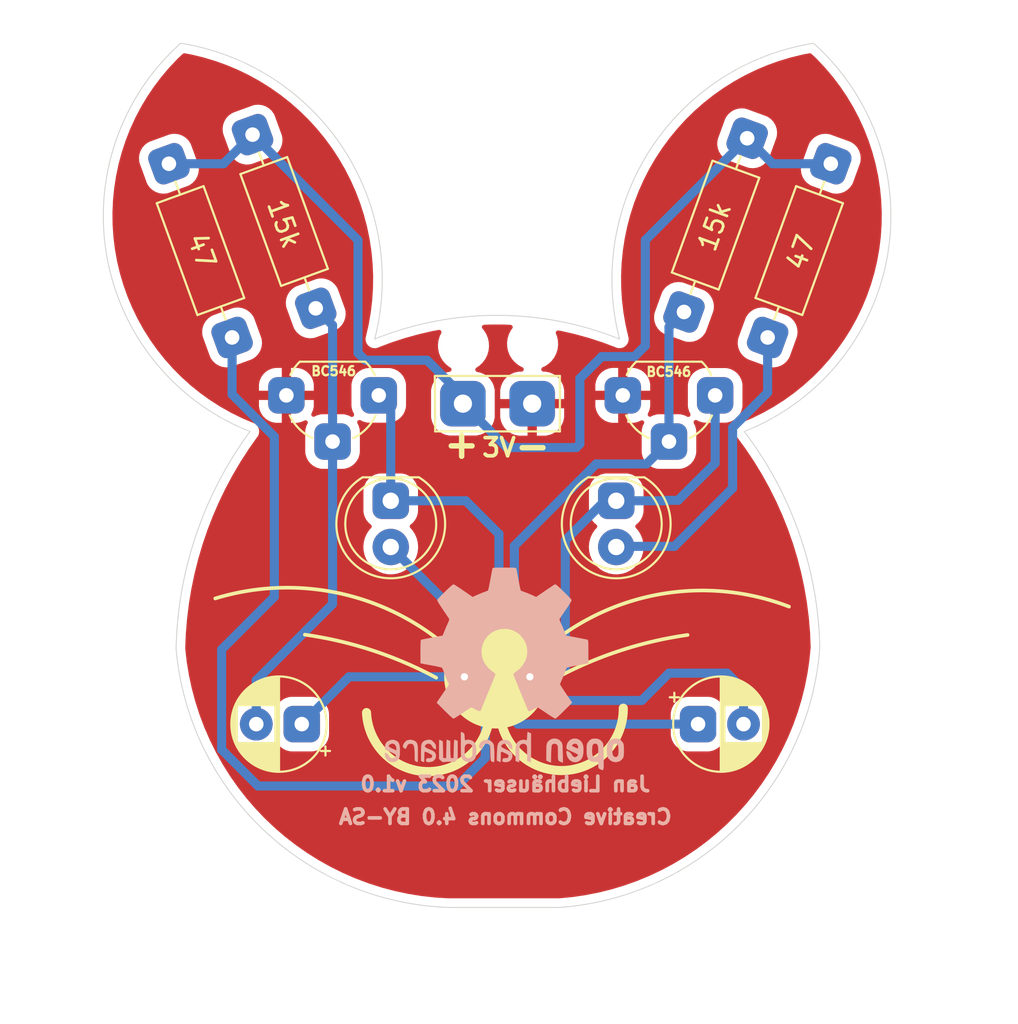
<source format=kicad_pcb>
(kicad_pcb (version 20211014) (generator pcbnew)
  (layers (0 "F.Cu" signal) (31 "B.Cu" signal) (34 "B.Paste" user) (35 "F.Paste" user) (36 "B.SilkS" user "B.Silkscreen") (37 "F.SilkS" user "F.Silkscreen") (38 "B.Mask" user) (39 "F.Mask" user) (44 "Edge.Cuts" user))
  (net 0 "")
  (net 1 "Net-(C1-Pad1)")
  (net 2 "Net-(C1-Pad2)")
  (net 3 "Net-(C2-Pad1)")
  (net 4 "Net-(C2-Pad2)")
  (net 5 "Net-(D1-Pad2)")
  (net 6 "Net-(D2-Pad2)")
  (net 7 "+3V0")
  (net 8 "GND")
  (footprint "Package_TO_SOT_THT:TO-92_Wide" (layer "F.Cu") (at 158.04 66.73 180)
    (fp_text reference "Q2" hide)
    (fp_text value "BC546" (at 2.55 1.29 180) (layer "F.SilkS") (effects (font (size 0.5 0.5) (thickness 0.125))))
    (pad "1" thru_hole roundrect (at 0 0 180) (size 2 2) (drill 0.8) (layers *.Cu *.Mask) (net 1 "Net-(C1-Pad1)"))
    (pad "2" thru_hole roundrect (at 2.54 -2.54 180) (size 2 2) (drill 0.8) (layers *.Cu *.Mask) (net 4 "Net-(C2-Pad2)"))
    (pad "3" thru_hole roundrect (at 5.08 0 180) (size 2 2) (drill 0.8) (layers *.Cu *.Mask) (net 8 "GND"))
  )
  (footprint "Capacitor_THT:CP_Radial_D5.0mm_P2.50mm" (layer "F.Cu") (at 157.1 84.8)
    (fp_text reference "C2" hide)
    (fp_text value "C_Polarized")
    (pad "1" thru_hole roundrect (at 0 0) (size 2 2) (drill 0.8) (layers *.Cu *.Mask) (net 3 "Net-(C2-Pad1)"))
    (pad "2" thru_hole circle (at 2.5 0) (size 1.8 1.8) (drill 0.8) (layers *.Cu *.Mask) (net 4 "Net-(C2-Pad2)"))
  )
  (footprint "LED_THT:LED_D5.0mm" (layer "F.Cu") (at 152.6 72.525 -90)
    (fp_text reference "D2" hide)
    (fp_text value "LED")
    (pad "1" thru_hole roundrect (at 0 0 270) (size 2 2) (drill 0.9) (layers *.Cu *.Mask) (net 1 "Net-(C1-Pad1)"))
    (pad "2" thru_hole circle (at 2.54 0 270) (size 2 2) (drill 0.9) (layers *.Cu *.Mask) (net 6 "Net-(D2-Pad2)"))
  )
  (footprint "LED_THT:LED_D5.0mm" (layer "F.Cu") (at 140.2 72.525 -90)
    (fp_text reference "D1" hide)
    (fp_text value "LED")
    (pad "1" thru_hole roundrect (at 0 0 270) (size 2 2) (drill 0.9) (layers *.Cu *.Mask) (net 3 "Net-(C2-Pad1)"))
    (pad "2" thru_hole circle (at 2.54 0 270) (size 2 2) (drill 0.9) (layers *.Cu *.Mask) (net 5 "Net-(D1-Pad2)"))
  )
  (footprint "Resistor_THT:R_Axial_DIN0207_L6.3mm_D2.5mm_P10.16mm_Horizontal" (layer "F.Cu") (at 164.4 54 -110)
    (fp_text reference "R4" hide)
    (fp_text value "47" (at 5.142887 -0.130012 70) (layer "F.SilkS"))
    (pad "1" thru_hole roundrect (at 0 0 250) (size 2 2) (drill 0.8) (layers *.Cu *.Mask) (net 7 "+3V0"))
    (pad "2" thru_hole roundrect (at 10.16 0 250) (size 2 2) (drill 0.8) (layers *.Cu *.Mask) (net 6 "Net-(D2-Pad2)"))
  )
  (footprint "Package_TO_SOT_THT:TO-92_Wide" (layer "F.Cu") (at 139.54 66.73 180)
    (fp_text reference "Q1" hide)
    (fp_text value "BC546" (at 2.48 1.33 180) (layer "F.SilkS") (effects (font (size 0.5 0.5) (thickness 0.125))))
    (pad "1" thru_hole roundrect (at 0 0 180) (size 2 2) (drill 0.8) (layers *.Cu *.Mask) (net 3 "Net-(C2-Pad1)"))
    (pad "2" thru_hole roundrect (at 2.54 -2.54 180) (size 2 2) (drill 0.8) (layers *.Cu *.Mask) (net 2 "Net-(C1-Pad2)"))
    (pad "3" thru_hole roundrect (at 5.08 0 180) (size 2 2) (drill 0.8) (layers *.Cu *.Mask) (net 8 "GND"))
  )
  (footprint "Resistor_THT:R_Axial_DIN0207_L6.3mm_D2.5mm_P10.16mm_Horizontal" (layer "F.Cu") (at 128 54 -70)
    (fp_text reference "R1" hide)
    (fp_text value "47" (at 5.113029 -0.060122 110) (layer "F.SilkS"))
    (pad "1" thru_hole roundrect (at 0 0 290) (size 2 2) (drill 0.8) (layers *.Cu *.Mask) (net 7 "+3V0"))
    (pad "2" thru_hole roundrect (at 10.16 0 290) (size 2 2) (drill 0.8) (layers *.Cu *.Mask) (net 5 "Net-(D1-Pad2)"))
  )
  (footprint "" (layer "F.Cu") (at 144.2 64)
    (fp_text reference "" (at 0 0) (layer "F.SilkS") (effects (font (size 1.27 1.27))))
    (fp_text value "" (at 0 0) (layer "F.SilkS") (effects (font (size 1.27 1.27))))
    (pad "" np_thru_hole circle (at 0 0) (size 1.8 1.8) (drill 1.8) (layers F&B.Cu *.Mask))
  )
  (footprint "Connector_PinSocket_2.54mm:PinSocket_1x02_P2.54mm_Vertical" (layer "F.Cu") (at 145.4375 67.1875 90)
    (fp_text reference "J1" hide)
    (fp_text value "Conn_01x02" hide)
    (pad "1" thru_hole roundrect (at 0 -1.27 90) (size 2.5 2.5) (drill 1) (layers *.Cu *.Mask) (net 7 "+3V0"))
    (pad "2" thru_hole roundrect (at 0 2.54 90) (size 2.5 2.5) (drill 1) (layers *.Cu *.Mask) (net 8 "GND"))
  )
  (footprint "Resistor_THT:R_Axial_DIN0207_L6.3mm_D2.5mm_P10.16mm_Horizontal" (layer "F.Cu") (at 159.8 52.6 -110)
    (fp_text reference "R3" hide)
    (fp_text value "15k" (at 5.173969 0.034202 70) (layer "F.SilkS"))
    (pad "1" thru_hole roundrect (at 0 0 250) (size 2 2) (drill 0.8) (layers *.Cu *.Mask) (net 7 "+3V0"))
    (pad "2" thru_hole roundrect (at 10.16 0 250) (size 2 2) (drill 0.8) (layers *.Cu *.Mask) (net 4 "Net-(C2-Pad2)"))
  )
  (footprint "" (layer "F.Cu") (at 148 63.9)
    (fp_text reference "" (at 0 0) (layer "F.SilkS") (effects (font (size 1.27 1.27))))
    (fp_text value "" (at 0 0) (layer "F.SilkS") (effects (font (size 1.27 1.27))))
    (pad "" np_thru_hole circle (at 0 0) (size 1.8 1.8) (drill 1.8) (layers F&B.Cu *.Mask))
  )
  (footprint "Resistor_THT:R_Axial_DIN0207_L6.3mm_D2.5mm_P10.16mm_Horizontal" (layer "F.Cu") (at 132.6 52.4 -70)
    (fp_text reference "R2" hide)
    (fp_text value "15k" (at 5.194674 0.049826 110) (layer "F.SilkS"))
    (pad "1" thru_hole roundrect (at 0 0 290) (size 2 2) (drill 0.8) (layers *.Cu *.Mask) (net 7 "+3V0"))
    (pad "2" thru_hole roundrect (at 10.16 0 290) (size 2 2) (drill 0.8) (layers *.Cu *.Mask) (net 2 "Net-(C1-Pad2)"))
  )
  (footprint "Capacitor_THT:CP_Radial_D5.0mm_P2.50mm" (layer "F.Cu") (at 135.305113 84.8 180)
    (fp_text reference "C1" hide)
    (fp_text value "C_Polarized")
    (pad "1" thru_hole roundrect (at 0 0 180) (size 2 2) (drill 0.8) (layers *.Cu *.Mask) (net 1 "Net-(C1-Pad1)"))
    (pad "2" thru_hole circle (at 2.5 0 180) (size 1.8 1.8) (drill 0.8) (layers *.Cu *.Mask) (net 2 "Net-(C1-Pad2)"))
  )
  (footprint "Symbol:OSHW-Logo2_14.6x12mm_SilkScreen" (layer "B.Cu") (at 146.45 81.75 180)
    (fp_text reference "REF**" hide)
    (fp_text value "OSHW-Logo2_14.6x12mm_SilkScreen" hide)
  )
  (gr_arc (start 135.477533 79.884766) (mid 139.193272 80.748265) (end 142.7 82.25) (layer "F.SilkS") (width 0.2))
  (gr_arc (start 149.15 80.265234) (mid 155.372467 77.6) (end 162.100904 78.342099) (layer "F.SilkS") (width 0.2))
  (gr_arc (start 145.658067 83.99) (mid 142.35 87.412986) (end 138.868738 84.166303) (layer "F.SilkS") (width 0.5))
  (gr_arc (start 130.548874 77.89285) (mid 137.010091 77.534849) (end 142.9 80.215234) (layer "F.SilkS") (width 0.2))
  (gr_arc (start 149.3 82.265234) (mid 152.80689 80.763995) (end 156.522467 79.9) (layer "F.SilkS") (width 0.2))
  (gr_circle (center 145.988067 82.19) (end 148.7 82.65) (layer "F.SilkS") (width 0.2) (fill solid))
  (gr_arc (start 152.987396 83.923697) (mid 149.679329 87.346683) (end 146.198067 84.1) (layer "F.SilkS") (width 0.5))
  (gr_arc (start 128.649533 47.37883) (mid 137.578688 53.147509) (end 139.317533 63.63483) (layer "Edge.Cuts") (width 0.05))
  (gr_arc (start 128.395533 80.65283) (mid 129.505061 74.369797) (end 132.459533 68.71483) (layer "Edge.Cuts") (width 0.05))
  (gr_arc (start 152.779533 63.63483) (mid 154.518378 53.147509) (end 163.447533 47.37883) (layer "Edge.Cuts") (width 0.05))
  (gr_arc (start 139.317533 63.63483) (mid 146.048533 62.332675) (end 152.779533 63.63483) (layer "Edge.Cuts") (width 0.05))
  (gr_arc (start 159.637533 68.71483) (mid 162.660216 74.319763) (end 163.795061 80.585863) (layer "Edge.Cuts") (width 0.05))
  (gr_arc (start 163.795061 80.585863) (mid 159.3 90.4) (end 149.477533 94.87683) (layer "Edge.Cuts") (width 0.05))
  (gr_arc (start 143.381533 94.87683) (mid 133.193238 90.604516) (end 128.395533 80.65283) (layer "Edge.Cuts") (width 0.05))
  (gr_arc (start 163.447533 47.37883) (mid 167.504626 59.111489) (end 159.637533 68.71483) (layer "Edge.Cuts") (width 0.05))
  (gr_arc (start 132.459533 68.71483) (mid 124.59244 59.111489) (end 128.649533 47.37883) (layer "Edge.Cuts") (width 0.05))
  (gr_line (start 143.381533 94.87683) (end 149.477533 94.87683) (layer "Edge.Cuts") (width 0.05))
  (gr_text "Creative Commons 4.0 BY-SA\n" (at 146.5 89.9) (layer "B.SilkS") (effects (font (size 0.8 0.8) (thickness 0.2)) (justify mirror)))
  (gr_text "Jan Liebhäuser 2023 v1.0" (at 146.5 88.1) (layer "B.SilkS") (effects (font (size 0.8 0.8) (thickness 0.2)) (justify mirror)))
  (gr_text "-" (at 148 69.5) (layer "F.SilkS") (effects (font (size 1.5 1.5) (thickness 0.3))))
  (gr_text "+" (at 144.1 69.4) (layer "F.SilkS") (effects (font (size 1.5 1.5) (thickness 0.3))))
  (gr_text "3V" (at 146.15 69.6) (layer "F.SilkS") (effects (font (size 1 1) (thickness 0.2))))
  (segment (start 147.85 82.2) (end 144.25 82.2) (width 0.5) (layer "F.Cu") (net 1))
  (via (at 144.25 82.2) (size 0.8) (drill 0.4) (layers "F.Cu" "B.Cu") (net 1))
  (via (at 147.85 82.2) (size 0.8) (drill 0.4) (layers "F.Cu" "B.Cu") (net 1))
  (segment (start 149.8 81.7) (end 149.3 82.2) (width 0.5) (layer "B.Cu") (net 1))
  (segment (start 151.975 72.525) (end 149.8 74.7) (width 0.5) (layer "B.Cu") (net 1))
  (segment (start 155.35 72.5) (end 156 72.5) (width 0.5) (layer "B.Cu") (net 1))
  (segment (start 158.04 70.46) (end 158.04 66.73) (width 0.5) (layer "B.Cu") (net 1))
  (segment (start 149.8 74.7) (end 149.8 81.7) (width 0.5) (layer "B.Cu") (net 1))
  (segment (start 152.6 72.525) (end 151.975 72.525) (width 0.5) (layer "B.Cu") (net 1))
  (segment (start 137.905113 82.2) (end 144.25 82.2) (width 0.5) (layer "B.Cu") (net 1))
  (segment (start 147.85 82.2) (end 149.3 82.2) (width 0.5) (layer "B.Cu") (net 1))
  (segment (start 156 72.5) (end 158.04 70.46) (width 0.5) (layer "B.Cu") (net 1))
  (segment (start 155.325 72.525) (end 155.35 72.5) (width 0.5) (layer "B.Cu") (net 1))
  (segment (start 152.6 72.525) (end 155.325 72.525) (width 0.5) (layer "B.Cu") (net 1))
  (segment (start 137.905113 82.2) (end 135.305113 84.8) (width 0.5) (layer "B.Cu") (net 1))
  (segment (start 137 62.872352) (end 136.074925 61.947277) (width 0.5) (layer "B.Cu") (net 2))
  (segment (start 132.805113 82.394887) (end 137 78.2) (width 0.5) (layer "B.Cu") (net 2))
  (segment (start 137 78.2) (end 137 69.27) (width 0.5) (layer "B.Cu") (net 2))
  (segment (start 137 69.27) (end 137 62.872352) (width 0.5) (layer "B.Cu") (net 2))
  (segment (start 132.805113 84.8) (end 132.805113 82.394887) (width 0.5) (layer "B.Cu") (net 2))
  (segment (start 144.325 72.525) (end 140.2 72.525) (width 0.5) (layer "B.Cu") (net 3))
  (segment (start 146.15 74.35) (end 144.325 72.525) (width 0.5) (layer "B.Cu") (net 3))
  (segment (start 147.2 84.8) (end 146.15 83.75) (width 0.5) (layer "B.Cu") (net 3))
  (segment (start 146.15 83.75) (end 146.15 74.35) (width 0.5) (layer "B.Cu") (net 3))
  (segment (start 140.2 67.39) (end 140.2 72.525) (width 0.5) (layer "B.Cu") (net 3))
  (segment (start 139.54 66.73) (end 140.2 67.39) (width 0.5) (layer "B.Cu") (net 3))
  (segment (start 157.1 84.8) (end 147.2 84.8) (width 0.5) (layer "B.Cu") (net 3))
  (segment (start 155.5 69.27) (end 155.5 62.972352) (width 0.5) (layer "B.Cu") (net 4))
  (segment (start 151.5 70.5) (end 147 75) (width 0.5) (layer "B.Cu") (net 4))
  (segment (start 155.5 62.972352) (end 156.325075 62.147277) (width 0.5) (layer "B.Cu") (net 4))
  (segment (start 154 83.5) (end 155.5 82) (width 0.5) (layer "B.Cu") (net 4))
  (segment (start 147 75) (end 147 83.25) (width 0.5) (layer "B.Cu") (net 4))
  (segment (start 158.7 82) (end 159.6 82.9) (width 0.5) (layer "B.Cu") (net 4))
  (segment (start 147 83.25) (end 147.25 83.5) (width 0.5) (layer "B.Cu") (net 4))
  (segment (start 159.6 82.9) (end 159.6 84.8) (width 0.5) (layer "B.Cu") (net 4))
  (segment (start 155.5 69.27) (end 154.27 70.5) (width 0.5) (layer "B.Cu") (net 4))
  (segment (start 147.25 83.5) (end 154 83.5) (width 0.5) (layer "B.Cu") (net 4))
  (segment (start 154.27 70.5) (end 151.5 70.5) (width 0.5) (layer "B.Cu") (net 4))
  (segment (start 155.5 82) (end 158.7 82) (width 0.5) (layer "B.Cu") (net 4))
  (segment (start 130.9 86.2) (end 130.9 80.7) (width 0.5) (layer "B.Cu") (net 5))
  (segment (start 130.9 80.7) (end 133.8 77.8) (width 0.5) (layer "B.Cu") (net 5))
  (segment (start 145.4 80.265) (end 145.4 86.65) (width 0.5) (layer "B.Cu") (net 5))
  (segment (start 132.9 88.2) (end 130.9 86.2) (width 0.5) (layer "B.Cu") (net 5))
  (segment (start 133.8 69) (end 131.474925 66.674925) (width 0.5) (layer "B.Cu") (net 5))
  (segment (start 143.85 88.2) (end 132.9 88.2) (width 0.5) (layer "B.Cu") (net 5))
  (segment (start 140.2 75.065) (end 145.4 80.265) (width 0.5) (layer "B.Cu") (net 5))
  (segment (start 145.4 86.65) (end 143.85 88.2) (width 0.5) (layer "B.Cu") (net 5))
  (segment (start 133.8 77.8) (end 133.8 69) (width 0.5) (layer "B.Cu") (net 5))
  (segment (start 131.474925 66.674925) (end 131.474925 63.547277) (width 0.5) (layer "B.Cu") (net 5))
  (segment (start 159 68.5) (end 160.925075 66.574925) (width 0.5) (layer "B.Cu") (net 6))
  (segment (start 155.8 75.03) (end 159 71.83) (width 0.5) (layer "B.Cu") (net 6))
  (segment (start 160.925075 66.574925) (end 160.925075 63.547277) (width 0.5) (layer "B.Cu") (net 6))
  (segment (start 152.6 75.065) (end 152.635 75.03) (width 0.5) (layer "B.Cu") (net 6))
  (segment (start 152.635 75.03) (end 155.8 75.03) (width 0.5) (layer "B.Cu") (net 6))
  (segment (start 159 71.83) (end 159 68.5) (width 0.5) (layer "B.Cu") (net 6))
  (segment (start 144.1675 67.1875) (end 146.58 69.6) (width 0.5) (layer "B.Cu") (net 7))
  (segment (start 161.2 54) (end 164.4 54) (width 0.5) (layer "B.Cu") (net 7))
  (segment (start 142.2 64.8) (end 138.8 64.8) (width 0.5) (layer "B.Cu") (net 7))
  (segment (start 144.1675 66.7675) (end 142.2 64.8) (width 0.5) (layer "B.Cu") (net 7))
  (segment (start 150.6 69.4) (end 150.6 65.8) (width 0.5) (layer "B.Cu") (net 7))
  (segment (start 138.4 58.2) (end 132.6 52.4) (width 0.5) (layer "B.Cu") (net 7))
  (segment (start 153.6 64.6) (end 154.2 64) (width 0.5) (layer "B.Cu") (net 7))
  (segment (start 138.4 64.4) (end 138.4 58.2) (width 0.5) (layer "B.Cu") (net 7))
  (segment (start 131 54) (end 128 54) (width 0.5) (layer "B.Cu") (net 7))
  (segment (start 150.6 65.8) (end 151.8 64.6) (width 0.5) (layer "B.Cu") (net 7))
  (segment (start 144.105 66.825) (end 144.1675 66.8875) (width 0.5) (layer "B.Cu") (net 7))
  (segment (start 154.2 58.2) (end 159.8 52.6) (width 0.5) (layer "B.Cu") (net 7))
  (segment (start 138.8 64.8) (end 138.4 64.4) (width 0.5) (layer "B.Cu") (net 7))
  (segment (start 151.8 64.6) (end 153.6 64.6) (width 0.5) (layer "B.Cu") (net 7))
  (segment (start 146.58 69.6) (end 150.4 69.6) (width 0.5) (layer "B.Cu") (net 7))
  (segment (start 144.1675 67.1875) (end 144.1675 66.7675) (width 0.5) (layer "B.Cu") (net 7))
  (segment (start 150.4 69.6) (end 150.6 69.4) (width 0.5) (layer "B.Cu") (net 7))
  (segment (start 159.8 52.6) (end 161.2 54) (width 0.5) (layer "B.Cu") (net 7))
  (segment (start 132.6 52.4) (end 131 54) (width 0.5) (layer "B.Cu") (net 7))
  (segment (start 154.2 64) (end 154.2 58.2) (width 0.5) (layer "B.Cu") (net 7))
  (zone (net 8) (net_name "GND") (layer "F.Cu") (connect_pads (clearance 0.5)) (min_thickness 0.254) (fill yes (thermal_gap 0.508) (thermal_bridge_width 0.508))
    (polygon (pts (xy 174.712122 101.100335) (xy 118.812122 101.300335) (xy 118.712122 101.300335) (xy 118.812122 45.000335) (xy 174.612122 45.000335)))
  )
)
</source>
